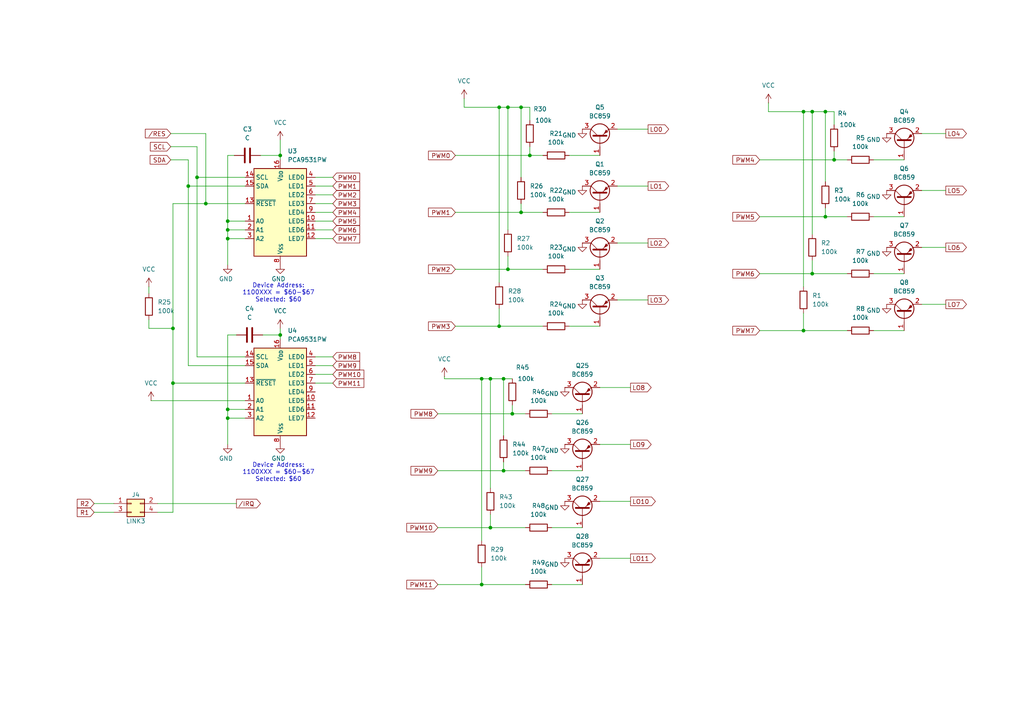
<source format=kicad_sch>
(kicad_sch (version 20250114) (generator "eeschema") (generator_version "9.0")
  (paper "A4")
  (lib_symbols
    (symbol "Connector_Generic:Conn_02x02_Odd_Even" (pin_names (offset 1.016) (hide yes))
      (property "Reference" "J" (at 1.27 2.54 0))
      (property "Value" "Conn_02x02_Odd_Even" (at 1.27 -5.08 0))
      (symbol "Conn_02x02_Odd_Even_1_1"
        (rectangle (start -1.27 1.27) (end 3.81 -3.81) (stroke (width 0.254)) (fill (type background)))
        (rectangle (start -1.27 0.127) (end 0 -0.127) (stroke (width 0.1524)))
        (rectangle (start -1.27 -2.413) (end 0 -2.667) (stroke (width 0.1524)))
        (rectangle (start 3.81 0.127) (end 2.54 -0.127) (stroke (width 0.1524)))
        (rectangle (start 3.81 -2.413) (end 2.54 -2.667) (stroke (width 0.1524)))
        (pin passive line (at -5.08 0 0) (length 3.81) (name "Pin_1") (number "1"))
        (pin passive line (at -5.08 -2.54 0) (length 3.81) (name "Pin_3") (number "3"))
        (pin passive line (at 7.62 0 180) (length 3.81) (name "Pin_2") (number "2"))
        (pin passive line (at 7.62 -2.54 180) (length 3.81) (name "Pin_4") (number "4"))
      )
    )
    (symbol "Device:C" (pin_numbers (hide yes)) (pin_names (offset 0.254))
      (property "Reference" "C" (at 0.635 2.54 0))
      (property "Value" "C" (at 0.635 -2.54 0))
      (symbol "C_0_1"
        (polyline (pts (xy -2.032 0.762) (xy 2.032 0.762)) (stroke (width 0.508)))
        (polyline (pts (xy -2.032 -0.762) (xy 2.032 -0.762)) (stroke (width 0.508)))
      )
      (symbol "C_1_1"
        (pin passive line (at 0 3.81 270) (length 2.794) (name "~") (number "1"))
        (pin passive line (at 0 -3.81 90) (length 2.794) (name "~") (number "2"))
      )
    )
    (symbol "Device:R" (pin_numbers (hide yes)) (pin_names (offset 0))
      (property "Reference" "R" (at 2.032 0 90))
      (property "Value" "R" (at 0 0 90))
      (symbol "R_0_1"
        (rectangle (start -1.016 -2.54) (end 1.016 2.54) (stroke (width 0.254)))
      )
      (symbol "R_1_1"
        (pin passive line (at 0 3.81 270) (length 1.27) (name "~") (number "1"))
        (pin passive line (at 0 -3.81 90) (length 1.27) (name "~") (number "2"))
      )
    )
    (symbol "Driver_LED:PCA9531PW"
      (property "Reference" "U" (at -7.62 13.97 0))
      (property "Value" "PCA9531PW" (at 6.35 -13.97 0))
      (symbol "PCA9531PW_0_1"
        (rectangle (start -7.62 12.7) (end 7.62 -12.7) (stroke (width 0.254)) (fill (type background)))
      )
      (symbol "PCA9531PW_1_1"
        (pin input line (at -10.16 10.16 0) (length 2.54) (name "SCL") (number "14"))
        (pin bidirectional line (at -10.16 7.62 0) (length 2.54) (name "SDA") (number "15"))
        (pin input line (at -10.16 2.54 0) (length 2.54) (name "~{RESET}") (number "13"))
        (pin input line (at -10.16 -2.54 0) (length 2.54) (name "A0") (number "1"))
        (pin input line (at -10.16 -5.08 0) (length 2.54) (name "A1") (number "2"))
        (pin input line (at -10.16 -7.62 0) (length 2.54) (name "A2") (number "3"))
        (pin power_in line (at 0 15.24 270) (length 2.54) (name "V_{DD}") (number "16"))
        (pin power_in line (at 0 -15.24 90) (length 2.54) (name "V_{SS}") (number "8"))
        (pin open_collector line (at 10.16 10.16 180) (length 2.54) (name "LED0") (number "4"))
        (pin open_collector line (at 10.16 7.62 180) (length 2.54) (name "LED1") (number "5"))
        (pin open_collector line (at 10.16 5.08 180) (length 2.54) (name "LED2") (number "6"))
        (pin open_collector line (at 10.16 2.54 180) (length 2.54) (name "LED3") (number "7"))
        (pin open_collector line (at 10.16 0 180) (length 2.54) (name "LED4") (number "9"))
        (pin open_collector line (at 10.16 -2.54 180) (length 2.54) (name "LED5") (number "10"))
        (pin open_collector line (at 10.16 -5.08 180) (length 2.54) (name "LED6") (number "11"))
        (pin open_collector line (at 10.16 -7.62 180) (length 2.54) (name "LED7") (number "12"))
      )
    )
    (symbol "Transistor_BJT:BC859" (pin_names (offset 0) (hide yes))
      (property "Reference" "Q" (at 5.08 1.905 0))
      (property "Value" "BC859" (at 5.08 0 0))
      (symbol "BC859_0_1"
        (polyline (pts (xy -2.54 0) (xy 0.635 0)))
        (polyline (pts (xy 0.635 1.905) (xy 0.635 -1.905)) (stroke (width 0.508)))
        (polyline (pts (xy 0.635 0.635) (xy 2.54 2.54)))
        (polyline (pts (xy 0.635 -0.635) (xy 2.54 -2.54)))
        (circle (center 1.27 0) (radius 2.8194) (stroke (width 0.254)))
        (polyline (pts (xy 2.286 -1.778) (xy 1.778 -2.286) (xy 1.27 -1.27) (xy 2.286 -1.778)) (fill (type outline)))
      )
      (symbol "BC859_1_1"
        (pin input line (at -5.08 0 0) (length 2.54) (name "B") (number "1"))
        (pin passive line (at 2.54 5.08 270) (length 2.54) (name "C") (number "3"))
        (pin passive line (at 2.54 -5.08 90) (length 2.54) (name "E") (number "2"))
      )
    )
    (symbol "power:GND" (power) (pin_numbers (hide yes)) (pin_names (offset 0) (hide yes))
      (property "Value" "GND" (at 0 -3.81 0))
      (symbol "GND_0_1"
        (polyline (pts (xy 0 0) (xy 0 -1.27) (xy 1.27 -1.27) (xy 0 -2.54) (xy -1.27 -1.27) (xy 0 -1.27)))
      )
      (symbol "GND_1_1"
        (pin power_in line (at 0 0 270) (length 0) (name "~") (number "1"))
      )
    )
    (symbol "power:VCC" (power) (pin_numbers (hide yes)) (pin_names (offset 0) (hide yes))
      (property "Value" "VCC" (at 0 3.556 0))
      (symbol "VCC_0_1"
        (polyline (pts (xy -0.762 1.27) (xy 0 2.54)))
        (polyline (pts (xy 0 2.54) (xy 0.762 1.27)))
        (polyline (pts (xy 0 0) (xy 0 2.54)))
      )
      (symbol "VCC_1_1"
        (pin power_in line (at 0 0 90) (length 0) (name "~") (number "1"))
      )
    )
  )
  (text "Device Address:\n1100XXX = $60-$67\nSelected: $60" (at 80.772 84.963 0) (effects (font (size 1.27 1.27))))
  (text "Device Address:\n1100XXX = $60-$67\nSelected: $60" (at 80.772 137.033 0) (effects (font (size 1.27 1.27))))
  (junction (at 147.32 78.105))
  (junction (at 233.045 32.385))
  (junction (at 66.04 118.745))
  (junction (at 66.04 66.675))
  (junction (at 81.28 97.155))
  (junction (at 151.13 31.115))
  (junction (at 57.15 51.435))
  (junction (at 54.61 53.975))
  (junction (at 146.05 136.525))
  (junction (at 148.59 120.015))
  (junction (at 144.78 94.615))
  (junction (at 66.04 121.285))
  (junction (at 144.78 31.115))
  (junction (at 153.67 45.085))
  (junction (at 81.28 45.085))
  (junction (at 146.05 109.855))
  (junction (at 142.24 153.035))
  (junction (at 66.04 69.215))
  (junction (at 139.7 169.545))
  (junction (at 241.935 46.355))
  (junction (at 235.585 79.375))
  (junction (at 66.04 64.135))
  (junction (at 50.165 111.125))
  (junction (at 235.585 32.385))
  (junction (at 239.395 32.385))
  (junction (at 142.24 109.855))
  (junction (at 151.13 61.595))
  (junction (at 233.045 95.885))
  (junction (at 139.7 109.855))
  (junction (at 239.395 62.865))
  (junction (at 50.165 95.25))
  (junction (at 147.32 31.115))
  (junction (at 59.69 59.055))
  (wire (pts (xy 165.1 45.085) (xy 173.99 45.085)))
  (wire (pts (xy 91.44 108.585) (xy 96.52 108.585)))
  (wire (pts (xy 81.28 40.64) (xy 81.28 45.085)))
  (wire (pts (xy 235.585 32.385) (xy 239.395 32.385)))
  (wire (pts (xy 91.44 61.595) (xy 96.52 61.595)))
  (wire (pts (xy 165.1 61.595) (xy 173.99 61.595)))
  (wire (pts (xy 173.99 145.415) (xy 182.88 145.415)))
  (wire (pts (xy 165.1 94.615) (xy 173.99 94.615)))
  (wire (pts (xy 67.945 45.085) (xy 66.04 45.085)))
  (wire (pts (xy 76.2 97.155) (xy 81.28 97.155)))
  (wire (pts (xy 49.53 46.355) (xy 54.61 46.355)))
  (wire (pts (xy 127 120.015) (xy 148.59 120.015)))
  (wire (pts (xy 153.67 45.085) (xy 157.48 45.085)))
  (wire (pts (xy 142.24 149.225) (xy 142.24 153.035)))
  (wire (pts (xy 148.59 117.475) (xy 148.59 120.015)))
  (wire (pts (xy 267.335 55.245) (xy 274.32 55.245)))
  (wire (pts (xy 128.905 109.855) (xy 128.905 109.22)))
  (wire (pts (xy 81.28 97.155) (xy 81.28 98.425)))
  (wire (pts (xy 43.18 95.25) (xy 50.165 95.25)))
  (wire (pts (xy 91.44 103.505) (xy 96.52 103.505)))
  (wire (pts (xy 49.53 38.735) (xy 59.69 38.735)))
  (wire (pts (xy 50.165 148.59) (xy 50.165 111.125)))
  (wire (pts (xy 66.04 121.285) (xy 66.04 128.905)))
  (wire (pts (xy 253.365 79.375) (xy 262.255 79.375)))
  (wire (pts (xy 134.62 31.115) (xy 144.78 31.115)))
  (wire (pts (xy 27.305 148.59) (xy 33.02 148.59)))
  (wire (pts (xy 68.58 97.155) (xy 66.04 97.155)))
  (wire (pts (xy 132.08 78.105) (xy 147.32 78.105)))
  (wire (pts (xy 173.99 128.905) (xy 182.88 128.905)))
  (wire (pts (xy 27.305 146.05) (xy 33.02 146.05)))
  (wire (pts (xy 139.7 109.855) (xy 139.7 156.845)))
  (wire (pts (xy 75.565 45.085) (xy 81.28 45.085)))
  (wire (pts (xy 132.08 94.615) (xy 144.78 94.615)))
  (wire (pts (xy 57.15 103.505) (xy 57.15 51.435)))
  (wire (pts (xy 253.365 95.885) (xy 262.255 95.885)))
  (wire (pts (xy 59.69 59.055) (xy 71.12 59.055)))
  (wire (pts (xy 233.045 95.885) (xy 245.745 95.885)))
  (wire (pts (xy 91.44 106.045) (xy 96.52 106.045)))
  (wire (pts (xy 49.53 42.545) (xy 57.15 42.545)))
  (wire (pts (xy 81.28 45.085) (xy 81.28 46.355)))
  (wire (pts (xy 45.72 148.59) (xy 50.165 148.59)))
  (wire (pts (xy 173.99 161.925) (xy 182.88 161.925)))
  (wire (pts (xy 66.04 97.155) (xy 66.04 118.745)))
  (wire (pts (xy 91.44 66.675) (xy 96.52 66.675)))
  (wire (pts (xy 160.02 153.035) (xy 168.91 153.035)))
  (wire (pts (xy 233.045 32.385) (xy 235.585 32.385)))
  (wire (pts (xy 127 153.035) (xy 142.24 153.035)))
  (wire (pts (xy 146.05 136.525) (xy 152.4 136.525)))
  (wire (pts (xy 220.345 79.375) (xy 235.585 79.375)))
  (wire (pts (xy 66.04 66.675) (xy 66.04 69.215)))
  (wire (pts (xy 146.05 109.855) (xy 146.05 126.365)))
  (wire (pts (xy 222.885 29.845) (xy 222.885 32.385)))
  (wire (pts (xy 160.02 136.525) (xy 168.91 136.525)))
  (wire (pts (xy 91.44 111.125) (xy 96.52 111.125)))
  (wire (pts (xy 139.7 109.855) (xy 142.24 109.855)))
  (wire (pts (xy 160.02 120.015) (xy 168.91 120.015)))
  (wire (pts (xy 239.395 32.385) (xy 239.395 52.705)))
  (wire (pts (xy 239.395 60.325) (xy 239.395 62.865)))
  (wire (pts (xy 267.335 71.755) (xy 274.32 71.755)))
  (wire (pts (xy 71.12 64.135) (xy 66.04 64.135)))
  (wire (pts (xy 54.61 53.975) (xy 71.12 53.975)))
  (wire (pts (xy 91.44 64.135) (xy 96.52 64.135)))
  (wire (pts (xy 179.07 37.465) (xy 187.96 37.465)))
  (wire (pts (xy 71.12 103.505) (xy 57.15 103.505)))
  (wire (pts (xy 144.78 89.535) (xy 144.78 94.615)))
  (wire (pts (xy 241.935 43.815) (xy 241.935 46.355)))
  (wire (pts (xy 144.78 31.115) (xy 147.32 31.115)))
  (wire (pts (xy 50.165 95.25) (xy 50.165 59.055)))
  (wire (pts (xy 233.045 90.805) (xy 233.045 95.885)))
  (wire (pts (xy 220.345 46.355) (xy 241.935 46.355)))
  (wire (pts (xy 57.15 51.435) (xy 71.12 51.435)))
  (wire (pts (xy 235.585 75.565) (xy 235.585 79.375)))
  (wire (pts (xy 66.04 118.745) (xy 66.04 121.285)))
  (wire (pts (xy 253.365 46.355) (xy 262.255 46.355)))
  (wire (pts (xy 71.12 106.045) (xy 54.61 106.045)))
  (wire (pts (xy 179.07 70.485) (xy 187.96 70.485)))
  (wire (pts (xy 128.905 109.855) (xy 139.7 109.855)))
  (wire (pts (xy 45.72 146.05) (xy 68.58 146.05)))
  (wire (pts (xy 59.69 38.735) (xy 59.69 59.055)))
  (wire (pts (xy 43.815 116.205) (xy 71.12 116.205)))
  (wire (pts (xy 43.18 83.185) (xy 43.18 85.09)))
  (wire (pts (xy 127 136.525) (xy 146.05 136.525)))
  (wire (pts (xy 81.28 95.25) (xy 81.28 97.155)))
  (wire (pts (xy 253.365 62.865) (xy 262.255 62.865)))
  (wire (pts (xy 220.345 95.885) (xy 233.045 95.885)))
  (wire (pts (xy 91.44 51.435) (xy 96.52 51.435)))
  (wire (pts (xy 91.44 59.055) (xy 96.52 59.055)))
  (wire (pts (xy 153.67 42.545) (xy 153.67 45.085)))
  (wire (pts (xy 151.13 31.115) (xy 153.67 31.115)))
  (wire (pts (xy 146.05 109.855) (xy 148.59 109.855)))
  (wire (pts (xy 57.15 42.545) (xy 57.15 51.435)))
  (wire (pts (xy 179.07 53.975) (xy 187.96 53.975)))
  (wire (pts (xy 147.32 74.295) (xy 147.32 78.105)))
  (wire (pts (xy 241.935 46.355) (xy 245.745 46.355)))
  (wire (pts (xy 54.61 46.355) (xy 54.61 53.975)))
  (wire (pts (xy 66.04 69.215) (xy 71.12 69.215)))
  (wire (pts (xy 91.44 56.515) (xy 96.52 56.515)))
  (wire (pts (xy 235.585 32.385) (xy 235.585 67.945)))
  (wire (pts (xy 160.02 169.545) (xy 168.91 169.545)))
  (wire (pts (xy 148.59 120.015) (xy 152.4 120.015)))
  (wire (pts (xy 139.7 169.545) (xy 152.4 169.545)))
  (wire (pts (xy 147.32 31.115) (xy 151.13 31.115)))
  (wire (pts (xy 127 169.545) (xy 139.7 169.545)))
  (wire (pts (xy 142.24 109.855) (xy 146.05 109.855)))
  (wire (pts (xy 50.165 59.055) (xy 59.69 59.055)))
  (wire (pts (xy 239.395 32.385) (xy 241.935 32.385)))
  (wire (pts (xy 66.04 69.215) (xy 66.04 76.835)))
  (wire (pts (xy 153.67 31.115) (xy 153.67 34.925)))
  (wire (pts (xy 173.99 112.395) (xy 182.88 112.395)))
  (wire (pts (xy 267.335 88.265) (xy 274.32 88.265)))
  (wire (pts (xy 91.44 69.215) (xy 96.52 69.215)))
  (wire (pts (xy 66.04 45.085) (xy 66.04 64.135)))
  (wire (pts (xy 142.24 153.035) (xy 152.4 153.035)))
  (wire (pts (xy 50.165 111.125) (xy 50.165 95.25)))
  (wire (pts (xy 147.32 31.115) (xy 147.32 66.675)))
  (wire (pts (xy 142.24 109.855) (xy 142.24 141.605)))
  (wire (pts (xy 222.885 32.385) (xy 233.045 32.385)))
  (wire (pts (xy 139.7 164.465) (xy 139.7 169.545)))
  (wire (pts (xy 151.13 59.055) (xy 151.13 61.595)))
  (wire (pts (xy 144.78 31.115) (xy 144.78 81.915)))
  (wire (pts (xy 66.04 118.745) (xy 71.12 118.745)))
  (wire (pts (xy 267.335 38.735) (xy 274.32 38.735)))
  (wire (pts (xy 233.045 32.385) (xy 233.045 83.185)))
  (wire (pts (xy 91.44 53.975) (xy 96.52 53.975)))
  (wire (pts (xy 147.32 78.105) (xy 157.48 78.105)))
  (wire (pts (xy 165.1 78.105) (xy 173.99 78.105)))
  (wire (pts (xy 144.78 94.615) (xy 157.48 94.615)))
  (wire (pts (xy 66.04 66.675) (xy 71.12 66.675)))
  (wire (pts (xy 132.08 45.085) (xy 153.67 45.085)))
  (wire (pts (xy 146.05 133.985) (xy 146.05 136.525)))
  (wire (pts (xy 54.61 106.045) (xy 54.61 53.975)))
  (wire (pts (xy 66.04 121.285) (xy 71.12 121.285)))
  (wire (pts (xy 239.395 62.865) (xy 245.745 62.865)))
  (wire (pts (xy 132.08 61.595) (xy 151.13 61.595)))
  (wire (pts (xy 235.585 79.375) (xy 245.745 79.375)))
  (wire (pts (xy 179.07 86.995) (xy 187.96 86.995)))
  (wire (pts (xy 66.04 64.135) (xy 66.04 66.675)))
  (wire (pts (xy 151.13 61.595) (xy 157.48 61.595)))
  (wire (pts (xy 241.935 32.385) (xy 241.935 36.195)))
  (wire (pts (xy 220.345 62.865) (xy 239.395 62.865)))
  (wire (pts (xy 50.165 111.125) (xy 71.12 111.125)))
  (wire (pts (xy 134.62 28.575) (xy 134.62 31.115)))
  (wire (pts (xy 43.18 92.71) (xy 43.18 95.25)))
  (wire (pts (xy 151.13 31.115) (xy 151.13 51.435)))
  (global_label "PWM2" (shape input) (at 132.08 78.105 180) (property "Intersheetrefs" "${INTERSHEET_REFS}" (effects (hide yes))))
  (global_label "PWM8" (shape input) (at 127 120.015 180) (property "Intersheetrefs" "${INTERSHEET_REFS}" (effects (hide yes))))
  (global_label "PWM0" (shape input) (at 96.52 51.435 0) (property "Intersheetrefs" "${INTERSHEET_REFS}" (effects (hide yes))))
  (global_label "R1" (shape input) (at 27.305 148.59 180) (property "Intersheetrefs" "${INTERSHEET_REFS}" (effects (hide yes))))
  (global_label "{slash}RES" (shape input) (at 49.53 38.735 180) (property "Intersheetrefs" "${INTERSHEET_REFS}" (effects (hide yes))))
  (global_label "LO11" (shape output) (at 182.88 161.925 0) (property "Intersheetrefs" "${INTERSHEET_REFS}" (effects (hide yes))))
  (global_label "LO2" (shape output) (at 187.96 70.485 0) (property "Intersheetrefs" "${INTERSHEET_REFS}" (effects (hide yes))))
  (global_label "LO9" (shape output) (at 182.88 128.905 0) (property "Intersheetrefs" "${INTERSHEET_REFS}" (effects (hide yes))))
  (global_label "PWM8" (shape input) (at 96.52 103.505 0) (property "Intersheetrefs" "${INTERSHEET_REFS}" (effects (hide yes))))
  (global_label "LO4" (shape output) (at 274.32 38.735 0) (property "Intersheetrefs" "${INTERSHEET_REFS}" (effects (hide yes))))
  (global_label "LO7" (shape output) (at 274.32 88.265 0) (property "Intersheetrefs" "${INTERSHEET_REFS}" (effects (hide yes))))
  (global_label "PWM1" (shape input) (at 132.08 61.595 180) (property "Intersheetrefs" "${INTERSHEET_REFS}" (effects (hide yes))))
  (global_label "LO0" (shape output) (at 187.96 37.465 0) (property "Intersheetrefs" "${INTERSHEET_REFS}" (effects (hide yes))))
  (global_label "PWM4" (shape input) (at 96.52 61.595 0) (property "Intersheetrefs" "${INTERSHEET_REFS}" (effects (hide yes))))
  (global_label "PWM11" (shape input) (at 96.52 111.125 0) (property "Intersheetrefs" "${INTERSHEET_REFS}" (effects (hide yes))))
  (global_label "PWM9" (shape input) (at 127 136.525 180) (property "Intersheetrefs" "${INTERSHEET_REFS}" (effects (hide yes))))
  (global_label "PWM1" (shape input) (at 96.52 53.975 0) (property "Intersheetrefs" "${INTERSHEET_REFS}" (effects (hide yes))))
  (global_label "R2" (shape input) (at 27.305 146.05 180) (property "Intersheetrefs" "${INTERSHEET_REFS}" (effects (hide yes))))
  (global_label "PWM4" (shape input) (at 220.345 46.355 180) (property "Intersheetrefs" "${INTERSHEET_REFS}" (effects (hide yes))))
  (global_label "PWM5" (shape input) (at 220.345 62.865 180) (property "Intersheetrefs" "${INTERSHEET_REFS}" (effects (hide yes))))
  (global_label "PWM10" (shape input) (at 127 153.035 180) (property "Intersheetrefs" "${INTERSHEET_REFS}" (effects (hide yes))))
  (global_label "LO6" (shape output) (at 274.32 71.755 0) (property "Intersheetrefs" "${INTERSHEET_REFS}" (effects (hide yes))))
  (global_label "PWM3" (shape input) (at 96.52 59.055 0) (property "Intersheetrefs" "${INTERSHEET_REFS}" (effects (hide yes))))
  (global_label "LO10" (shape output) (at 182.88 145.415 0) (property "Intersheetrefs" "${INTERSHEET_REFS}" (effects (hide yes))))
  (global_label "LO1" (shape output) (at 187.96 53.975 0) (property "Intersheetrefs" "${INTERSHEET_REFS}" (effects (hide yes))))
  (global_label "LO5" (shape output) (at 274.32 55.245 0) (property "Intersheetrefs" "${INTERSHEET_REFS}" (effects (hide yes))))
  (global_label "LO3" (shape output) (at 187.96 86.995 0) (property "Intersheetrefs" "${INTERSHEET_REFS}" (effects (hide yes))))
  (global_label "PWM11" (shape input) (at 127 169.545 180) (property "Intersheetrefs" "${INTERSHEET_REFS}" (effects (hide yes))))
  (global_label "PWM9" (shape input) (at 96.52 106.045 0) (property "Intersheetrefs" "${INTERSHEET_REFS}" (effects (hide yes))))
  (global_label "PWM6" (shape input) (at 96.52 66.675 0) (property "Intersheetrefs" "${INTERSHEET_REFS}" (effects (hide yes))))
  (global_label "PWM2" (shape input) (at 96.52 56.515 0) (property "Intersheetrefs" "${INTERSHEET_REFS}" (effects (hide yes))))
  (global_label "PWM0" (shape input) (at 132.08 45.085 180) (property "Intersheetrefs" "${INTERSHEET_REFS}" (effects (hide yes))))
  (global_label "PWM7" (shape input) (at 96.52 69.215 0) (property "Intersheetrefs" "${INTERSHEET_REFS}" (effects (hide yes))))
  (global_label "SCL" (shape input) (at 49.53 42.545 180) (property "Intersheetrefs" "${INTERSHEET_REFS}" (effects (hide yes))))
  (global_label "PWM3" (shape input) (at 132.08 94.615 180) (property "Intersheetrefs" "${INTERSHEET_REFS}" (effects (hide yes))))
  (global_label "PWM6" (shape input) (at 220.345 79.375 180) (property "Intersheetrefs" "${INTERSHEET_REFS}" (effects (hide yes))))
  (global_label "PWM10" (shape input) (at 96.52 108.585 0) (property "Intersheetrefs" "${INTERSHEET_REFS}" (effects (hide yes))))
  (global_label "PWM5" (shape input) (at 96.52 64.135 0) (property "Intersheetrefs" "${INTERSHEET_REFS}" (effects (hide yes))))
  (global_label "LO8" (shape output) (at 182.88 112.395 0) (property "Intersheetrefs" "${INTERSHEET_REFS}" (effects (hide yes))))
  (global_label "PWM7" (shape input) (at 220.345 95.885 180) (property "Intersheetrefs" "${INTERSHEET_REFS}" (effects (hide yes))))
  (global_label "{slash}IRQ" (shape output) (at 68.58 146.05 0) (property "Intersheetrefs" "${INTERSHEET_REFS}" (effects (hide yes))))
  (global_label "SDA" (shape input) (at 49.53 46.355 180) (property "Intersheetrefs" "${INTERSHEET_REFS}" (effects (hide yes))))
  (symbol (lib_id "Device:R") (at 153.67 38.735 180) (unit 1)
    (property "Reference" "R30" (at 154.686 31.6229 0) (effects (justify right)))
    (property "Value" "100k" (at 155.194 34.9249 0) (effects (justify right)))
    (property "Footprint" "Resistor_SMD:R_0805_2012Metric" (effects (hide yes)))
    (property "Description" "Resistor" (effects (hide yes)))
    (property "LCSC" "C25611" (effects (hide yes)))
  )
  (symbol (lib_id "Device:R") (at 249.555 46.355 90) (unit 1)
    (property "Reference" "R5" (at 249.555 40.005 90))
    (property "Value" "100k" (at 249.555 42.545 90))
    (property "Footprint" "Resistor_SMD:R_0805_2012Metric" (effects (hide yes)))
    (property "Description" "Resistor" (effects (hide yes)))
    (property "LCSC" "C25611" (effects (hide yes)))
  )
  (symbol (lib_id "Device:R") (at 139.7 160.655 180) (unit 1)
    (property "Reference" "R29" (at 142.24 159.3849 0) (effects (justify right)))
    (property "Value" "100k" (at 142.24 161.9249 0) (effects (justify right)))
    (property "Footprint" "Resistor_SMD:R_0805_2012Metric" (effects (hide yes)))
    (property "Description" "Resistor" (effects (hide yes)))
    (property "LCSC" "C25611" (effects (hide yes)))
  )
  (symbol (lib_id "power:VCC") (at 43.815 116.205 0) (unit 1)
    (property "Reference" "#PWR034" (effects (hide yes)))
    (property "Value" "VCC" (at 43.815 111.125 0))
    (property "Description" "Power symbol creates a global label with name \"VCC\"" (effects (hide yes)))
  )
  (symbol (lib_id "Device:R") (at 233.045 86.995 180) (unit 1)
    (property "Reference" "R1" (at 235.585 85.7249 0) (effects (justify right)))
    (property "Value" "100k" (at 235.585 88.2649 0) (effects (justify right)))
    (property "Footprint" "Resistor_SMD:R_0805_2012Metric" (effects (hide yes)))
    (property "Description" "Resistor" (effects (hide yes)))
    (property "LCSC" "C25611" (effects (hide yes)))
  )
  (symbol (lib_id "power:GND") (at 66.04 128.905 0) (unit 1)
    (property "Reference" "#PWR021" (effects (hide yes)))
    (property "Value" "GND" (at 65.532 132.969 0))
    (property "Description" "Power symbol creates a global label with name \"GND\" , ground" (effects (hide yes)))
  )
  (symbol (lib_id "power:GND") (at 168.91 70.485 0) (unit 1)
    (property "Reference" "#PWR09" (effects (hide yes)))
    (property "Value" "GND" (at 165.1 72.263 0))
    (property "Description" "Power symbol creates a global label with name \"GND\" , ground" (effects (hide yes)))
  )
  (symbol (lib_id "Device:R") (at 249.555 79.375 90) (unit 1)
    (property "Reference" "R7" (at 249.555 73.025 90))
    (property "Value" "100k" (at 249.555 75.565 90))
    (property "Footprint" "Resistor_SMD:R_0805_2012Metric" (effects (hide yes)))
    (property "Description" "Resistor" (effects (hide yes)))
    (property "LCSC" "C25611" (effects (hide yes)))
  )
  (symbol (lib_id "Device:R") (at 148.59 113.665 180) (unit 1)
    (property "Reference" "R45" (at 149.606 106.5529 0) (effects (justify right)))
    (property "Value" "100k" (at 150.114 109.8549 0) (effects (justify right)))
    (property "Footprint" "Resistor_SMD:R_0805_2012Metric" (effects (hide yes)))
    (property "Description" "Resistor" (effects (hide yes)))
    (property "LCSC" "C25611" (effects (hide yes)))
  )
  (symbol (lib_id "Transistor_BJT:BC859") (at 168.91 164.465 90) (unit 1)
    (property "Reference" "Q28" (at 168.91 155.575 90))
    (property "Value" "BC859" (at 168.91 158.115 90))
    (property "Footprint" "Package_TO_SOT_SMD:SOT-23" (effects (hide yes)))
    (property "Datasheet" "http://www.infineon.com/dgdl/Infineon-BC857SERIES_BC858SERIES_BC859SERIES_BC860SERIES-DS-v01_01-en.pdf?fileId=db3a304314dca389011541da0e3a1661" (effects (hide yes)))
    (property "Description" "0.1A Ic, 30V Vce, PNP Small Signal Transistor, SOT-23" (effects (hide yes)))
    (property "LCSC" "C139450" (effects (hide yes)))
  )
  (symbol (lib_id "power:GND") (at 168.91 37.465 0) (unit 1)
    (property "Reference" "#PWR08" (effects (hide yes)))
    (property "Value" "GND" (at 165.1 39.243 0))
    (property "Description" "Power symbol creates a global label with name \"GND\" , ground" (effects (hide yes)))
  )
  (symbol (lib_id "power:GND") (at 257.175 38.735 0) (unit 1)
    (property "Reference" "#PWR04" (effects (hide yes)))
    (property "Value" "GND" (at 253.365 40.513 0))
    (property "Description" "Power symbol creates a global label with name \"GND\" , ground" (effects (hide yes)))
  )
  (symbol (lib_id "power:GND") (at 257.175 71.755 0) (unit 1)
    (property "Reference" "#PWR013" (effects (hide yes)))
    (property "Value" "GND" (at 253.365 73.533 0))
    (property "Description" "Power symbol creates a global label with name \"GND\" , ground" (effects (hide yes)))
  )
  (symbol (lib_id "Device:R") (at 161.29 45.085 90) (unit 1)
    (property "Reference" "R21" (at 161.29 38.735 90))
    (property "Value" "100k" (at 161.29 41.275 90))
    (property "Footprint" "Resistor_SMD:R_0805_2012Metric" (effects (hide yes)))
    (property "Description" "Resistor" (effects (hide yes)))
    (property "LCSC" "C25611" (effects (hide yes)))
  )
  (symbol (lib_id "Transistor_BJT:BC859") (at 168.91 131.445 90) (unit 1)
    (property "Reference" "Q26" (at 168.91 122.555 90))
    (property "Value" "BC859" (at 168.91 125.095 90))
    (property "Footprint" "Package_TO_SOT_SMD:SOT-23" (effects (hide yes)))
    (property "Datasheet" "http://www.infineon.com/dgdl/Infineon-BC857SERIES_BC858SERIES_BC859SERIES_BC860SERIES-DS-v01_01-en.pdf?fileId=db3a304314dca389011541da0e3a1661" (effects (hide yes)))
    (property "Description" "0.1A Ic, 30V Vce, PNP Small Signal Transistor, SOT-23" (effects (hide yes)))
    (property "LCSC" "C139450" (effects (hide yes)))
  )
  (symbol (lib_id "Transistor_BJT:BC859") (at 262.255 90.805 90) (unit 1)
    (property "Reference" "Q8" (at 262.255 81.915 90))
    (property "Value" "BC859" (at 262.255 84.455 90))
    (property "Footprint" "Package_TO_SOT_SMD:SOT-23" (effects (hide yes)))
    (property "Datasheet" "http://www.infineon.com/dgdl/Infineon-BC857SERIES_BC858SERIES_BC859SERIES_BC860SERIES-DS-v01_01-en.pdf?fileId=db3a304314dca389011541da0e3a1661" (effects (hide yes)))
    (property "Description" "0.1A Ic, 30V Vce, PNP Small Signal Transistor, SOT-23" (effects (hide yes)))
    (property "LCSC" "C139450" (effects (hide yes)))
  )
  (symbol (lib_id "power:GND") (at 163.83 145.415 0) (unit 1)
    (property "Reference" "#PWR030" (effects (hide yes)))
    (property "Value" "GND" (at 160.02 147.193 0))
    (property "Description" "Power symbol creates a global label with name \"GND\" , ground" (effects (hide yes)))
  )
  (symbol (lib_id "Device:R") (at 43.18 88.9 180) (unit 1)
    (property "Reference" "R25" (at 45.72 87.6299 0) (effects (justify right)))
    (property "Value" "100k" (at 45.72 90.1699 0) (effects (justify right)))
    (property "Footprint" "Resistor_SMD:R_0805_2012Metric" (effects (hide yes)))
    (property "Description" "Resistor" (effects (hide yes)))
    (property "LCSC" "C25611" (effects (hide yes)))
  )
  (symbol (lib_id "Transistor_BJT:BC859") (at 262.255 41.275 90) (unit 1)
    (property "Reference" "Q4" (at 262.255 32.385 90))
    (property "Value" "BC859" (at 262.255 34.925 90))
    (property "Footprint" "Package_TO_SOT_SMD:SOT-23" (effects (hide yes)))
    (property "Datasheet" "http://www.infineon.com/dgdl/Infineon-BC857SERIES_BC858SERIES_BC859SERIES_BC860SERIES-DS-v01_01-en.pdf?fileId=db3a304314dca389011541da0e3a1661" (effects (hide yes)))
    (property "Description" "0.1A Ic, 30V Vce, PNP Small Signal Transistor, SOT-23" (effects (hide yes)))
    (property "LCSC" "C139450" (effects (hide yes)))
  )
  (symbol (lib_id "power:GND") (at 66.04 76.835 0) (unit 1)
    (property "Reference" "#PWR023" (effects (hide yes)))
    (property "Value" "GND" (at 65.532 80.899 0))
    (property "Description" "Power symbol creates a global label with name \"GND\" , ground" (effects (hide yes)))
  )
  (symbol (lib_id "power:GND") (at 257.175 55.245 0) (unit 1)
    (property "Reference" "#PWR011" (effects (hide yes)))
    (property "Value" "GND" (at 253.365 57.023 0))
    (property "Description" "Power symbol creates a global label with name \"GND\" , ground" (effects (hide yes)))
  )
  (symbol (lib_id "Device:R") (at 156.21 153.035 90) (unit 1)
    (property "Reference" "R48" (at 156.21 146.685 90))
    (property "Value" "100k" (at 156.21 149.225 90))
    (property "Footprint" "Resistor_SMD:R_0805_2012Metric" (effects (hide yes)))
    (property "Description" "Resistor" (effects (hide yes)))
    (property "LCSC" "C25611" (effects (hide yes)))
  )
  (symbol (lib_id "power:GND") (at 163.83 161.925 0) (unit 1)
    (property "Reference" "#PWR031" (effects (hide yes)))
    (property "Value" "GND" (at 160.02 163.703 0))
    (property "Description" "Power symbol creates a global label with name \"GND\" , ground" (effects (hide yes)))
  )
  (symbol (lib_id "Device:R") (at 249.555 95.885 90) (unit 1)
    (property "Reference" "R8" (at 249.555 89.535 90))
    (property "Value" "100k" (at 249.555 92.075 90))
    (property "Footprint" "Resistor_SMD:R_0805_2012Metric" (effects (hide yes)))
    (property "Description" "Resistor" (effects (hide yes)))
    (property "LCSC" "C25611" (effects (hide yes)))
  )
  (symbol (lib_id "power:VCC") (at 43.18 83.185 0) (unit 1)
    (property "Reference" "#PWR026" (effects (hide yes)))
    (property "Value" "VCC" (at 43.18 78.105 0))
    (property "Description" "Power symbol creates a global label with name \"VCC\"" (effects (hide yes)))
  )
  (symbol (lib_id "Device:C") (at 71.755 45.085 90) (unit 1)
    (property "Reference" "C3" (at 71.755 37.465 90))
    (property "Value" "C" (at 71.755 40.005 90))
    (property "Footprint" "Capacitor_SMD:C_0603_1608Metric_Pad1.08x0.95mm_HandSolder" (effects (hide yes)))
    (property "Description" "Unpolarized capacitor" (effects (hide yes)))
    (property "LCSC" "C14663" (effects (hide yes)))
  )
  (symbol (lib_id "Device:R") (at 144.78 85.725 180) (unit 1)
    (property "Reference" "R28" (at 147.32 84.4549 0) (effects (justify right)))
    (property "Value" "100k" (at 147.32 86.9949 0) (effects (justify right)))
    (property "Footprint" "Resistor_SMD:R_0805_2012Metric" (effects (hide yes)))
    (property "Description" "Resistor" (effects (hide yes)))
    (property "LCSC" "C25611" (effects (hide yes)))
  )
  (symbol (lib_id "Device:R") (at 239.395 56.515 180) (unit 1)
    (property "Reference" "R3" (at 241.935 55.2449 0) (effects (justify right)))
    (property "Value" "100k" (at 241.935 57.7849 0) (effects (justify right)))
    (property "Footprint" "Resistor_SMD:R_0805_2012Metric" (effects (hide yes)))
    (property "Description" "Resistor" (effects (hide yes)))
    (property "LCSC" "C25611" (effects (hide yes)))
  )
  (symbol (lib_id "Device:R") (at 156.21 169.545 90) (unit 1)
    (property "Reference" "R49" (at 156.21 163.195 90))
    (property "Value" "100k" (at 156.21 165.735 90))
    (property "Footprint" "Resistor_SMD:R_0805_2012Metric" (effects (hide yes)))
    (property "Description" "Resistor" (effects (hide yes)))
    (property "LCSC" "C25611" (effects (hide yes)))
  )
  (symbol (lib_id "power:GND") (at 163.83 112.395 0) (unit 1)
    (property "Reference" "#PWR028" (effects (hide yes)))
    (property "Value" "GND" (at 160.02 114.173 0))
    (property "Description" "Power symbol creates a global label with name \"GND\" , ground" (effects (hide yes)))
  )
  (symbol (lib_id "power:GND") (at 163.83 128.905 0) (unit 1)
    (property "Reference" "#PWR029" (effects (hide yes)))
    (property "Value" "GND" (at 160.02 130.683 0))
    (property "Description" "Power symbol creates a global label with name \"GND\" , ground" (effects (hide yes)))
  )
  (symbol (lib_id "Device:R") (at 161.29 61.595 90) (unit 1)
    (property "Reference" "R22" (at 161.29 55.245 90))
    (property "Value" "100k" (at 161.29 57.785 90))
    (property "Footprint" "Resistor_SMD:R_0805_2012Metric" (effects (hide yes)))
    (property "Description" "Resistor" (effects (hide yes)))
    (property "LCSC" "C25611" (effects (hide yes)))
  )
  (symbol (lib_id "power:GND") (at 257.175 88.265 0) (unit 1)
    (property "Reference" "#PWR014" (effects (hide yes)))
    (property "Value" "GND" (at 253.365 90.043 0))
    (property "Description" "Power symbol creates a global label with name \"GND\" , ground" (effects (hide yes)))
  )
  (symbol (lib_id "Transistor_BJT:BC859") (at 173.99 73.025 90) (unit 1)
    (property "Reference" "Q2" (at 173.99 64.135 90))
    (property "Value" "BC859" (at 173.99 66.675 90))
    (property "Footprint" "Package_TO_SOT_SMD:SOT-23" (effects (hide yes)))
    (property "Datasheet" "http://www.infineon.com/dgdl/Infineon-BC857SERIES_BC858SERIES_BC859SERIES_BC860SERIES-DS-v01_01-en.pdf?fileId=db3a304314dca389011541da0e3a1661" (effects (hide yes)))
    (property "Description" "0.1A Ic, 30V Vce, PNP Small Signal Transistor, SOT-23" (effects (hide yes)))
    (property "LCSC" "C139450" (effects (hide yes)))
  )
  (symbol (lib_id "Connector_Generic:Conn_02x02_Odd_Even") (at 38.1 146.05 0) (unit 1)
    (property "Reference" "J4" (at 39.37 143.51 0))
    (property "Value" "LINK3" (at 39.37 151.13 0))
    (property "Footprint" "Connector_PinHeader_2.54mm:PinHeader_2x02_P2.54mm_Vertical" (effects (hide yes)))
    (property "Description" "Generic connector, double row, 02x02, odd/even pin numbering scheme (row 1 odd numbers, row 2 even numbers), script generated (kicad-library-utils/schlib/autogen/connector/)" (effects (hide yes)))
  )
  (symbol (lib_id "Device:R") (at 161.29 78.105 90) (unit 1)
    (property "Reference" "R23" (at 161.29 71.755 90))
    (property "Value" "100k" (at 161.29 74.295 90))
    (property "Footprint" "Resistor_SMD:R_0805_2012Metric" (effects (hide yes)))
    (property "Description" "Resistor" (effects (hide yes)))
    (property "LCSC" "C25611" (effects (hide yes)))
  )
  (symbol (lib_id "Transistor_BJT:BC859") (at 262.255 74.295 90) (unit 1)
    (property "Reference" "Q7" (at 262.255 65.405 90))
    (property "Value" "BC859" (at 262.255 67.945 90))
    (property "Footprint" "Package_TO_SOT_SMD:SOT-23" (effects (hide yes)))
    (property "Datasheet" "http://www.infineon.com/dgdl/Infineon-BC857SERIES_BC858SERIES_BC859SERIES_BC860SERIES-DS-v01_01-en.pdf?fileId=db3a304314dca389011541da0e3a1661" (effects (hide yes)))
    (property "Description" "0.1A Ic, 30V Vce, PNP Small Signal Transistor, SOT-23" (effects (hide yes)))
    (property "LCSC" "C139450" (effects (hide yes)))
  )
  (symbol (lib_id "Transistor_BJT:BC859") (at 168.91 114.935 90) (unit 1)
    (property "Reference" "Q25" (at 168.91 106.045 90))
    (property "Value" "BC859" (at 168.91 108.585 90))
    (property "Footprint" "Package_TO_SOT_SMD:SOT-23" (effects (hide yes)))
    (property "Datasheet" "http://www.infineon.com/dgdl/Infineon-BC857SERIES_BC858SERIES_BC859SERIES_BC860SERIES-DS-v01_01-en.pdf?fileId=db3a304314dca389011541da0e3a1661" (effects (hide yes)))
    (property "Description" "0.1A Ic, 30V Vce, PNP Small Signal Transistor, SOT-23" (effects (hide yes)))
    (property "LCSC" "C139450" (effects (hide yes)))
  )
  (symbol (lib_id "Device:R") (at 156.21 120.015 90) (unit 1)
    (property "Reference" "R46" (at 156.21 113.665 90))
    (property "Value" "100k" (at 156.21 116.205 90))
    (property "Footprint" "Resistor_SMD:R_0805_2012Metric" (effects (hide yes)))
    (property "Description" "Resistor" (effects (hide yes)))
    (property "LCSC" "C25611" (effects (hide yes)))
  )
  (symbol (lib_id "Device:R") (at 142.24 145.415 180) (unit 1)
    (property "Reference" "R43" (at 144.78 144.1449 0) (effects (justify right)))
    (property "Value" "100k" (at 144.78 146.6849 0) (effects (justify right)))
    (property "Footprint" "Resistor_SMD:R_0805_2012Metric" (effects (hide yes)))
    (property "Description" "Resistor" (effects (hide yes)))
    (property "LCSC" "C25611" (effects (hide yes)))
  )
  (symbol (lib_id "Device:R") (at 156.21 136.525 90) (unit 1)
    (property "Reference" "R47" (at 156.21 130.175 90))
    (property "Value" "100k" (at 156.21 132.715 90))
    (property "Footprint" "Resistor_SMD:R_0805_2012Metric" (effects (hide yes)))
    (property "Description" "Resistor" (effects (hide yes)))
    (property "LCSC" "C25611" (effects (hide yes)))
  )
  (symbol (lib_id "Device:R") (at 241.935 40.005 180) (unit 1)
    (property "Reference" "R4" (at 242.951 32.8929 0) (effects (justify right)))
    (property "Value" "100k" (at 243.459 36.1949 0) (effects (justify right)))
    (property "Footprint" "Resistor_SMD:R_0805_2012Metric" (effects (hide yes)))
    (property "Description" "Resistor" (effects (hide yes)))
    (property "LCSC" "C25611" (effects (hide yes)))
  )
  (symbol (lib_id "Device:R") (at 161.29 94.615 90) (unit 1)
    (property "Reference" "R24" (at 161.29 88.265 90))
    (property "Value" "100k" (at 161.29 90.805 90))
    (property "Footprint" "Resistor_SMD:R_0805_2012Metric" (effects (hide yes)))
    (property "Description" "Resistor" (effects (hide yes)))
    (property "LCSC" "C25611" (effects (hide yes)))
  )
  (symbol (lib_id "Transistor_BJT:BC859") (at 168.91 147.955 90) (unit 1)
    (property "Reference" "Q27" (at 168.91 139.065 90))
    (property "Value" "BC859" (at 168.91 141.605 90))
    (property "Footprint" "Package_TO_SOT_SMD:SOT-23" (effects (hide yes)))
    (property "Datasheet" "http://www.infineon.com/dgdl/Infineon-BC857SERIES_BC858SERIES_BC859SERIES_BC860SERIES-DS-v01_01-en.pdf?fileId=db3a304314dca389011541da0e3a1661" (effects (hide yes)))
    (property "Description" "0.1A Ic, 30V Vce, PNP Small Signal Transistor, SOT-23" (effects (hide yes)))
    (property "LCSC" "C139450" (effects (hide yes)))
  )
  (symbol (lib_id "Transistor_BJT:BC859") (at 262.255 57.785 90) (unit 1)
    (property "Reference" "Q6" (at 262.255 48.895 90))
    (property "Value" "BC859" (at 262.255 51.435 90))
    (property "Footprint" "Package_TO_SOT_SMD:SOT-23" (effects (hide yes)))
    (property "Datasheet" "http://www.infineon.com/dgdl/Infineon-BC857SERIES_BC858SERIES_BC859SERIES_BC860SERIES-DS-v01_01-en.pdf?fileId=db3a304314dca389011541da0e3a1661" (effects (hide yes)))
    (property "Description" "0.1A Ic, 30V Vce, PNP Small Signal Transistor, SOT-23" (effects (hide yes)))
    (property "LCSC" "C139450" (effects (hide yes)))
  )
  (symbol (lib_id "power:VCC") (at 222.885 29.845 0) (unit 1)
    (property "Reference" "#PWR01" (effects (hide yes)))
    (property "Value" "VCC" (at 222.885 24.765 0))
    (property "Description" "Power symbol creates a global label with name \"VCC\"" (effects (hide yes)))
  )
  (symbol (lib_id "power:VCC") (at 134.62 28.575 0) (unit 1)
    (property "Reference" "#PWR012" (effects (hide yes)))
    (property "Value" "VCC" (at 134.62 23.495 0))
    (property "Description" "Power symbol creates a global label with name \"VCC\"" (effects (hide yes)))
  )
  (symbol (lib_id "Transistor_BJT:BC859") (at 173.99 40.005 90) (unit 1)
    (property "Reference" "Q5" (at 173.99 31.115 90))
    (property "Value" "BC859" (at 173.99 33.655 90))
    (property "Footprint" "Package_TO_SOT_SMD:SOT-23" (effects (hide yes)))
    (property "Datasheet" "http://www.infineon.com/dgdl/Infineon-BC857SERIES_BC858SERIES_BC859SERIES_BC860SERIES-DS-v01_01-en.pdf?fileId=db3a304314dca389011541da0e3a1661" (effects (hide yes)))
    (property "Description" "0.1A Ic, 30V Vce, PNP Small Signal Transistor, SOT-23" (effects (hide yes)))
    (property "LCSC" "C139450" (effects (hide yes)))
  )
  (symbol (lib_id "Device:R") (at 147.32 70.485 180) (unit 1)
    (property "Reference" "R27" (at 149.86 69.2149 0) (effects (justify right)))
    (property "Value" "100k" (at 149.86 71.7549 0) (effects (justify right)))
    (property "Footprint" "Resistor_SMD:R_0805_2012Metric" (effects (hide yes)))
    (property "Description" "Resistor" (effects (hide yes)))
    (property "LCSC" "C25611" (effects (hide yes)))
  )
  (symbol (lib_id "Device:R") (at 249.555 62.865 90) (unit 1)
    (property "Reference" "R6" (at 249.555 56.515 90))
    (property "Value" "100k" (at 249.555 59.055 90))
    (property "Footprint" "Resistor_SMD:R_0805_2012Metric" (effects (hide yes)))
    (property "Description" "Resistor" (effects (hide yes)))
    (property "LCSC" "C25611" (effects (hide yes)))
  )
  (symbol (lib_id "Device:R") (at 146.05 130.175 180) (unit 1)
    (property "Reference" "R44" (at 148.59 128.9049 0) (effects (justify right)))
    (property "Value" "100k" (at 148.59 131.4449 0) (effects (justify right)))
    (property "Footprint" "Resistor_SMD:R_0805_2012Metric" (effects (hide yes)))
    (property "Description" "Resistor" (effects (hide yes)))
    (property "LCSC" "C25611" (effects (hide yes)))
  )
  (symbol (lib_id "Device:R") (at 151.13 55.245 180) (unit 1)
    (property "Reference" "R26" (at 153.67 53.9749 0) (effects (justify right)))
    (property "Value" "100k" (at 153.67 56.5149 0) (effects (justify right)))
    (property "Footprint" "Resistor_SMD:R_0805_2012Metric" (effects (hide yes)))
    (property "Description" "Resistor" (effects (hide yes)))
    (property "LCSC" "C25611" (effects (hide yes)))
  )
  (symbol (lib_id "Device:R") (at 235.585 71.755 180) (unit 1)
    (property "Reference" "R2" (at 238.125 70.4849 0) (effects (justify right)))
    (property "Value" "100k" (at 238.125 73.0249 0) (effects (justify right)))
    (property "Footprint" "Resistor_SMD:R_0805_2012Metric" (effects (hide yes)))
    (property "Description" "Resistor" (effects (hide yes)))
    (property "LCSC" "C25611" (effects (hide yes)))
  )
  (symbol (lib_id "Transistor_BJT:BC859") (at 173.99 89.535 90) (unit 1)
    (property "Reference" "Q3" (at 173.99 80.645 90))
    (property "Value" "BC859" (at 173.99 83.185 90))
    (property "Footprint" "Package_TO_SOT_SMD:SOT-23" (effects (hide yes)))
    (property "Datasheet" "http://www.infineon.com/dgdl/Infineon-BC857SERIES_BC858SERIES_BC859SERIES_BC860SERIES-DS-v01_01-en.pdf?fileId=db3a304314dca389011541da0e3a1661" (effects (hide yes)))
    (property "Description" "0.1A Ic, 30V Vce, PNP Small Signal Transistor, SOT-23" (effects (hide yes)))
    (property "LCSC" "C139450" (effects (hide yes)))
  )
  (symbol (lib_id "power:VCC") (at 81.28 95.25 0) (unit 1)
    (property "Reference" "#PWR022" (effects (hide yes)))
    (property "Value" "VCC" (at 81.28 90.17 0))
    (property "Description" "Power symbol creates a global label with name \"VCC\"" (effects (hide yes)))
  )
  (symbol (lib_id "Driver_LED:PCA9531PW") (at 81.28 113.665 0) (unit 1)
    (property "Reference" "U4" (at 83.4233 95.885 0) (effects (justify left)))
    (property "Value" "PCA9531PW" (at 83.4233 98.425 0) (effects (justify left)))
    (property "Footprint" "Package_SO:TSSOP-16_4.4x5mm_P0.65mm" (effects (hide yes)))
    (property "Datasheet" "https://www.nxp.com/docs/en/data-sheet/PCA9531.pdf" (effects (hide yes)))
    (property "Description" "8-bit PWM I2C eight LED driver, TSSOP-16" (effects (hide yes)))
    (property "LCSC" "C2678764" (effects (hide yes)))
  )
  (symbol (lib_id "power:VCC") (at 128.905 109.22 0) (unit 1)
    (property "Reference" "#PWR027" (effects (hide yes)))
    (property "Value" "VCC" (at 128.905 104.14 0))
    (property "Description" "Power symbol creates a global label with name \"VCC\"" (effects (hide yes)))
  )
  (symbol (lib_id "power:VCC") (at 81.28 40.64 0) (unit 1)
    (property "Reference" "#PWR05" (effects (hide yes)))
    (property "Value" "VCC" (at 81.28 35.56 0))
    (property "Description" "Power symbol creates a global label with name \"VCC\"" (effects (hide yes)))
  )
  (symbol (lib_id "Device:C") (at 72.39 97.155 90) (unit 1)
    (property "Reference" "C4" (at 72.39 89.535 90))
    (property "Value" "C" (at 72.39 92.075 90))
    (property "Footprint" "Capacitor_SMD:C_0603_1608Metric_Pad1.08x0.95mm_HandSolder" (effects (hide yes)))
    (property "Description" "Unpolarized capacitor" (effects (hide yes)))
    (property "LCSC" "C14663" (effects (hide yes)))
  )
  (symbol (lib_id "power:GND") (at 81.28 76.835 0) (unit 1)
    (property "Reference" "#PWR03" (effects (hide yes)))
    (property "Value" "GND" (at 80.772 80.899 0))
    (property "Description" "Power symbol creates a global label with name \"GND\" , ground" (effects (hide yes)))
  )
  (symbol (lib_id "power:GND") (at 168.91 86.995 0) (unit 1)
    (property "Reference" "#PWR010" (effects (hide yes)))
    (property "Value" "GND" (at 165.1 88.773 0))
    (property "Description" "Power symbol creates a global label with name \"GND\" , ground" (effects (hide yes)))
  )
  (symbol (lib_id "Transistor_BJT:BC859") (at 173.99 56.515 90) (unit 1)
    (property "Reference" "Q1" (at 173.99 47.625 90))
    (property "Value" "BC859" (at 173.99 50.165 90))
    (property "Footprint" "Package_TO_SOT_SMD:SOT-23" (effects (hide yes)))
    (property "Datasheet" "http://www.infineon.com/dgdl/Infineon-BC857SERIES_BC858SERIES_BC859SERIES_BC860SERIES-DS-v01_01-en.pdf?fileId=db3a304314dca389011541da0e3a1661" (effects (hide yes)))
    (property "Description" "0.1A Ic, 30V Vce, PNP Small Signal Transistor, SOT-23" (effects (hide yes)))
    (property "LCSC" "C139450" (effects (hide yes)))
  )
  (symbol (lib_id "power:GND") (at 81.28 128.905 0) (unit 1)
    (property "Reference" "#PWR025" (effects (hide yes)))
    (property "Value" "GND" (at 80.772 132.969 0))
    (property "Description" "Power symbol creates a global label with name \"GND\" , ground" (effects (hide yes)))
  )
  (symbol (lib_id "power:GND") (at 168.91 53.975 0) (unit 1)
    (property "Reference" "#PWR07" (effects (hide yes)))
    (property "Value" "GND" (at 165.1 55.753 0))
    (property "Description" "Power symbol creates a global label with name \"GND\" , ground" (effects (hide yes)))
  )
  (symbol (lib_id "Driver_LED:PCA9531PW") (at 81.28 61.595 0) (unit 1)
    (property "Reference" "U3" (at 83.4233 43.815 0) (effects (justify left)))
    (property "Value" "PCA9531PW" (at 83.4233 46.355 0) (effects (justify left)))
    (property "Footprint" "Package_SO:TSSOP-16_4.4x5mm_P0.65mm" (effects (hide yes)))
    (property "Datasheet" "https://www.nxp.com/docs/en/data-sheet/PCA9531.pdf" (effects (hide yes)))
    (property "Description" "8-bit PWM I2C eight LED driver, TSSOP-16" (effects (hide yes)))
    (property "LCSC" "C2678764" (effects (hide yes)))
  )
)
</source>
